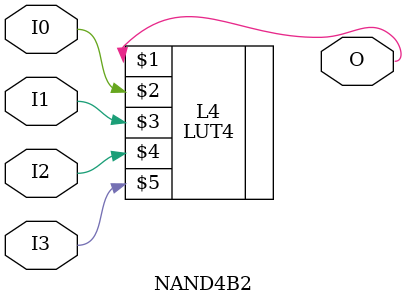
<source format=v>


`timescale  1 ps / 1 ps


module NAND4B2 (O, I0, I1, I2, I3);

    output O;

    input  I0, I1, I2, I3;

    LUT4 #(.INIT(16'hEFFF)) L4 (O, I0, I1, I2, I3);

endmodule

</source>
